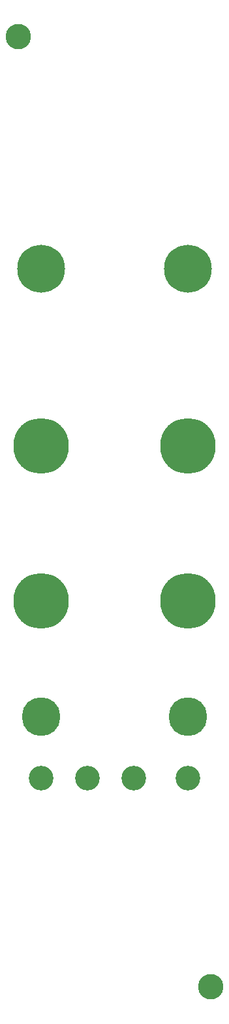
<source format=gbr>
G04 #@! TF.GenerationSoftware,KiCad,Pcbnew,5.0.2+dfsg1-1~bpo9+1*
G04 #@! TF.CreationDate,2019-04-25T13:27:00-07:00*
G04 #@! TF.ProjectId,default,64656661-756c-4742-9e6b-696361645f70,rev?*
G04 #@! TF.SameCoordinates,Original*
G04 #@! TF.FileFunction,Copper,L1,Top*
G04 #@! TF.FilePolarity,Positive*
%FSLAX46Y46*%
G04 Gerber Fmt 4.6, Leading zero omitted, Abs format (unit mm)*
G04 Created by KiCad (PCBNEW 5.0.2+dfsg1-1~bpo9+1) date Thu 25 Apr 2019 01:27:00 PM PDT*
%MOMM*%
%LPD*%
G01*
G04 APERTURE LIST*
G04 #@! TA.AperFunction,ViaPad*
%ADD10C,3.300000*%
G04 #@! TD*
G04 #@! TA.AperFunction,ViaPad*
%ADD11C,7.200000*%
G04 #@! TD*
G04 #@! TA.AperFunction,ViaPad*
%ADD12C,6.200000*%
G04 #@! TD*
G04 #@! TA.AperFunction,ViaPad*
%ADD13C,3.200000*%
G04 #@! TD*
G04 #@! TA.AperFunction,ViaPad*
%ADD14C,5.000000*%
G04 #@! TD*
G04 APERTURE END LIST*
D10*
G04 #@! TO.N,*
X157000000Y-24000000D03*
X182000000Y-147000000D03*
D11*
X160000000Y-97000000D03*
X179000000Y-97000000D03*
X160000000Y-77000000D03*
X179000000Y-77000000D03*
D12*
X160000000Y-54000000D03*
X179000000Y-54000000D03*
D13*
X160000000Y-120000000D03*
X166000000Y-120000000D03*
X172000000Y-120000000D03*
X179000000Y-120000000D03*
D14*
X160000000Y-112000000D03*
X179000000Y-112000000D03*
G04 #@! TD*
M02*

</source>
